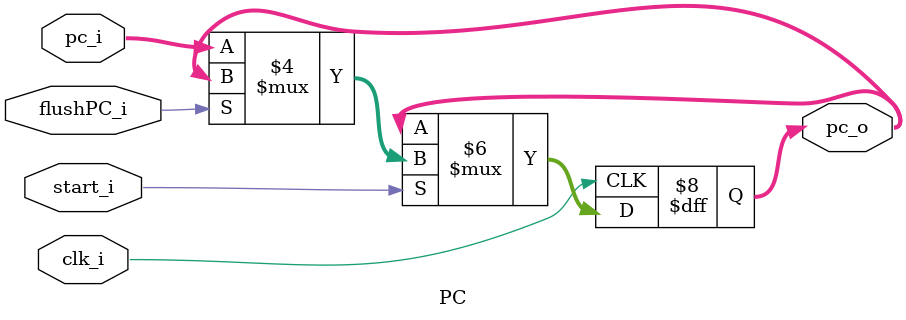
<source format=v>
module PC
(
    clk_i,
//    rst_i,
    flushPC_i,
    start_i,
    pc_i,
    pc_o
);

// Ports
input               clk_i;
//input               rst_i;
input               start_i;
input               flushPC_i;
input   [31:0]      pc_i;
output  [31:0]      pc_o;

// Wires & Registers
reg     [31:0]      pc_o;
always@(posedge clk_i ) begin
    
    //if begin
    if(start_i) begin
      if (flushPC_i)
        pc_o <= pc_o;
      else
        pc_o <= pc_i;
    end
    else begin
      pc_o <= pc_o;
    end
    //end
end

endmodule

</source>
